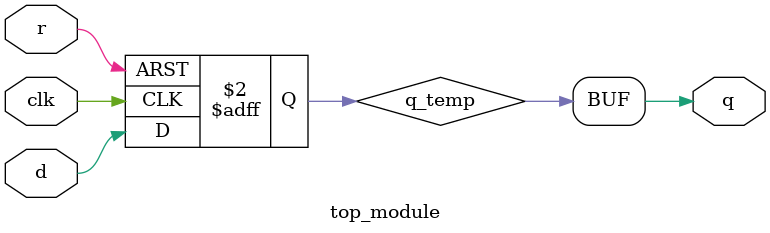
<source format=sv>
module top_module (
    input clk,
    input d,
    input r,
    output logic q
);
	
    logic q_temp;
    
    always_ff @ (posedge clk or posedge r) begin
        if (r) begin
            q_temp <= 0;
        end else begin
            q_temp <= d;
        end
    end
    
    assign q = q_temp;
    
endmodule

</source>
